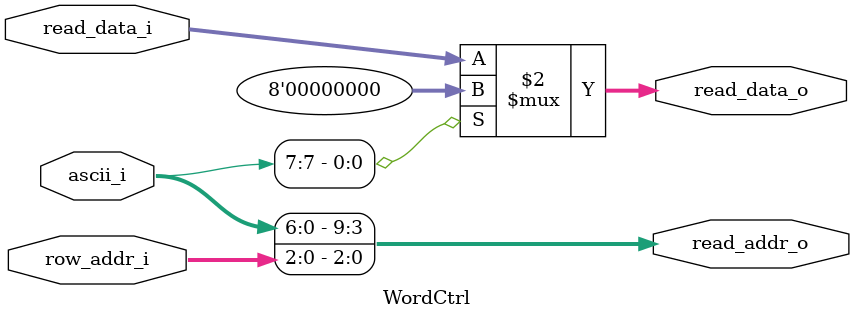
<source format=v>
module WordCtrl(
	input [7:0] ascii_i,
	input [2:0] row_addr_i,
	output [9:0] read_addr_o,
	input [7:0] read_data_i,
	output [7:0] read_data_o);
	
	//地址数据连线，地址线处防止下标越界
	assign read_addr_o[9:0] = {ascii_i[6:0], row_addr_i[2:0]};
	assign read_data_o[7:0] = (ascii_i[7] == 1'b0) ? (read_data_i[7:0]) : (8'b0);

endmodule

</source>
